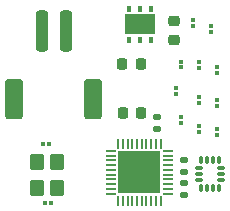
<source format=gbr>
%TF.GenerationSoftware,KiCad,Pcbnew,9.0.4*%
%TF.CreationDate,2025-09-01T12:55:03-07:00*%
%TF.ProjectId,Putting_Device,50757474-696e-4675-9f44-65766963652e,rev?*%
%TF.SameCoordinates,Original*%
%TF.FileFunction,Soldermask,Top*%
%TF.FilePolarity,Negative*%
%FSLAX46Y46*%
G04 Gerber Fmt 4.6, Leading zero omitted, Abs format (unit mm)*
G04 Created by KiCad (PCBNEW 9.0.4) date 2025-09-01 12:55:03*
%MOMM*%
%LPD*%
G01*
G04 APERTURE LIST*
G04 Aperture macros list*
%AMRoundRect*
0 Rectangle with rounded corners*
0 $1 Rounding radius*
0 $2 $3 $4 $5 $6 $7 $8 $9 X,Y pos of 4 corners*
0 Add a 4 corners polygon primitive as box body*
4,1,4,$2,$3,$4,$5,$6,$7,$8,$9,$2,$3,0*
0 Add four circle primitives for the rounded corners*
1,1,$1+$1,$2,$3*
1,1,$1+$1,$4,$5*
1,1,$1+$1,$6,$7*
1,1,$1+$1,$8,$9*
0 Add four rect primitives between the rounded corners*
20,1,$1+$1,$2,$3,$4,$5,0*
20,1,$1+$1,$4,$5,$6,$7,0*
20,1,$1+$1,$6,$7,$8,$9,0*
20,1,$1+$1,$8,$9,$2,$3,0*%
G04 Aperture macros list end*
%ADD10RoundRect,0.075000X0.075000X-0.125000X0.075000X0.125000X-0.075000X0.125000X-0.075000X-0.125000X0*%
%ADD11R,0.450000X0.630000*%
%ADD12R,2.600000X1.700000*%
%ADD13RoundRect,0.075000X-0.075000X0.125000X-0.075000X-0.125000X0.075000X-0.125000X0.075000X0.125000X0*%
%ADD14RoundRect,0.250000X-0.250000X-1.500000X0.250000X-1.500000X0.250000X1.500000X-0.250000X1.500000X0*%
%ADD15RoundRect,0.250001X-0.499999X-1.449999X0.499999X-1.449999X0.499999X1.449999X-0.499999X1.449999X0*%
%ADD16RoundRect,0.135000X0.185000X-0.135000X0.185000X0.135000X-0.185000X0.135000X-0.185000X-0.135000X0*%
%ADD17RoundRect,0.225000X-0.250000X0.225000X-0.250000X-0.225000X0.250000X-0.225000X0.250000X0.225000X0*%
%ADD18RoundRect,0.250000X0.350000X-0.450000X0.350000X0.450000X-0.350000X0.450000X-0.350000X-0.450000X0*%
%ADD19RoundRect,0.135000X-0.185000X0.135000X-0.185000X-0.135000X0.185000X-0.135000X0.185000X0.135000X0*%
%ADD20RoundRect,0.225000X0.225000X0.250000X-0.225000X0.250000X-0.225000X-0.250000X0.225000X-0.250000X0*%
%ADD21RoundRect,0.075000X0.125000X0.075000X-0.125000X0.075000X-0.125000X-0.075000X0.125000X-0.075000X0*%
%ADD22RoundRect,0.087500X0.087500X-0.225000X0.087500X0.225000X-0.087500X0.225000X-0.087500X-0.225000X0*%
%ADD23RoundRect,0.087500X0.225000X-0.087500X0.225000X0.087500X-0.225000X0.087500X-0.225000X-0.087500X0*%
%ADD24RoundRect,0.062500X0.350000X0.062500X-0.350000X0.062500X-0.350000X-0.062500X0.350000X-0.062500X0*%
%ADD25RoundRect,0.062500X0.062500X0.350000X-0.062500X0.350000X-0.062500X-0.350000X0.062500X-0.350000X0*%
%ADD26R,3.600000X3.600000*%
%ADD27RoundRect,0.075000X-0.125000X-0.075000X0.125000X-0.075000X0.125000X0.075000X-0.125000X0.075000X0*%
G04 APERTURE END LIST*
D10*
%TO.C,C11*%
X144800000Y-62866310D03*
X144800000Y-62366310D03*
%TD*%
%TO.C,C9*%
X143300000Y-65341310D03*
X143300000Y-64841310D03*
%TD*%
D11*
%TO.C,U3*%
X139250000Y-57376310D03*
X138300000Y-57376310D03*
X137350000Y-57376310D03*
X137350000Y-60056310D03*
X138300000Y-60056310D03*
X139250000Y-60056310D03*
D12*
X138300000Y-58716310D03*
%TD*%
D13*
%TO.C,C8*%
X144800000Y-65091310D03*
X144800000Y-65591310D03*
%TD*%
D14*
%TO.C,BT1*%
X130000000Y-59291310D03*
X132000000Y-59291310D03*
D15*
X127650000Y-65041310D03*
X134350000Y-65041310D03*
%TD*%
D10*
%TO.C,C15*%
X144300000Y-59366310D03*
X144300000Y-58866310D03*
%TD*%
%TO.C,C16*%
X144800000Y-68091310D03*
X144800000Y-67591310D03*
%TD*%
D16*
%TO.C,R1*%
X139700000Y-67601310D03*
X139700000Y-66581310D03*
%TD*%
D17*
%TO.C,C5*%
X141200000Y-58466310D03*
X141200000Y-60016310D03*
%TD*%
D18*
%TO.C,Y1*%
X131300000Y-72541310D03*
X131300000Y-70341310D03*
X129600000Y-70341310D03*
X129600000Y-72541310D03*
%TD*%
D13*
%TO.C,C10*%
X141300000Y-64091310D03*
X141300000Y-64591310D03*
%TD*%
D10*
%TO.C,C12*%
X143250000Y-62416310D03*
X143250000Y-61916310D03*
%TD*%
%TO.C,C14*%
X142800000Y-58866310D03*
X142800000Y-58366310D03*
%TD*%
D19*
%TO.C,R2*%
X142012500Y-70181310D03*
X142012500Y-71201310D03*
%TD*%
D10*
%TO.C,C7*%
X141800000Y-67091310D03*
X141800000Y-66591310D03*
%TD*%
D20*
%TO.C,C3*%
X138350000Y-62091310D03*
X136800000Y-62091310D03*
%TD*%
D21*
%TO.C,C2*%
X130775000Y-73841310D03*
X130275000Y-73841310D03*
%TD*%
D20*
%TO.C,C4*%
X138375000Y-66241310D03*
X136825000Y-66241310D03*
%TD*%
D10*
%TO.C,C13*%
X141800000Y-62366310D03*
X141800000Y-61866310D03*
%TD*%
D22*
%TO.C,U2*%
X143450000Y-72553810D03*
X143950000Y-72553810D03*
X144450000Y-72553810D03*
X144950000Y-72553810D03*
D23*
X145112500Y-71891310D03*
X145112500Y-71391310D03*
X145112500Y-70891310D03*
D22*
X144950000Y-70228810D03*
X144450000Y-70228810D03*
X143950000Y-70228810D03*
X143450000Y-70228810D03*
D23*
X143287500Y-70891310D03*
X143287500Y-71391310D03*
X143287500Y-71891310D03*
%TD*%
D16*
%TO.C,R3*%
X142012500Y-73151310D03*
X142012500Y-72131310D03*
%TD*%
D24*
%TO.C,U1*%
X140675000Y-73041310D03*
X140675000Y-72641310D03*
X140675000Y-72241310D03*
X140675000Y-71841310D03*
X140675000Y-71441310D03*
X140675000Y-71041310D03*
X140675000Y-70641310D03*
X140675000Y-70241310D03*
X140675000Y-69841310D03*
X140675000Y-69441310D03*
D25*
X140037500Y-68803810D03*
X139637500Y-68803810D03*
X139237500Y-68803810D03*
X138837500Y-68803810D03*
X138437500Y-68803810D03*
X138037500Y-68803810D03*
X137637500Y-68803810D03*
X137237500Y-68803810D03*
X136837500Y-68803810D03*
X136437500Y-68803810D03*
D24*
X135800000Y-69441310D03*
X135800000Y-69841310D03*
X135800000Y-70241310D03*
X135800000Y-70641310D03*
X135800000Y-71041310D03*
X135800000Y-71441310D03*
X135800000Y-71841310D03*
X135800000Y-72241310D03*
X135800000Y-72641310D03*
X135800000Y-73041310D03*
D25*
X136437500Y-73678810D03*
X136837500Y-73678810D03*
X137237500Y-73678810D03*
X137637500Y-73678810D03*
X138037500Y-73678810D03*
X138437500Y-73678810D03*
X138837500Y-73678810D03*
X139237500Y-73678810D03*
X139637500Y-73678810D03*
X140037500Y-73678810D03*
D26*
X138237500Y-71241310D03*
%TD*%
D27*
%TO.C,C1*%
X130050000Y-68841310D03*
X130550000Y-68841310D03*
%TD*%
D13*
%TO.C,C6*%
X143300000Y-67341310D03*
X143300000Y-67841310D03*
%TD*%
M02*

</source>
